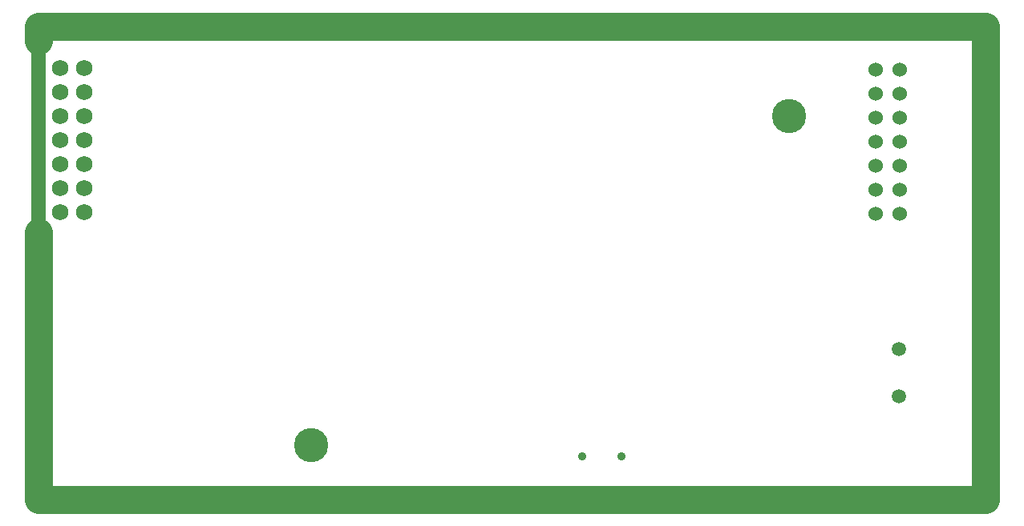
<source format=gbs>
G04*
G04 #@! TF.GenerationSoftware,Altium Limited,Altium Designer,18.1.9 (240)*
G04*
G04 Layer_Color=16711935*
%FSLAX25Y25*%
%MOIN*%
G70*
G01*
G75*
%ADD17C,0.00039*%
%ADD35C,0.11811*%
%ADD53C,0.14186*%
%ADD54C,0.06800*%
%ADD55C,0.05918*%
%ADD56C,0.06000*%
%ADD57C,0.03556*%
%ADD71C,0.05906*%
D17*
X39370Y39370D02*
Y236221D01*
Y39370D02*
X433071D01*
Y236221D01*
X39370D02*
X433071D01*
D35*
X39370Y230200D02*
Y236221D01*
Y39370D02*
Y150700D01*
Y236221D02*
X433071D01*
Y39370D02*
Y236221D01*
X39370Y39370D02*
X433071D01*
D53*
X152700Y61800D02*
D03*
X351200Y199000D02*
D03*
D54*
X48300Y158800D02*
D03*
X58300D02*
D03*
X48300Y168800D02*
D03*
X58300D02*
D03*
X48300Y178800D02*
D03*
X58300D02*
D03*
X48300Y188800D02*
D03*
X58300D02*
D03*
X48300Y198800D02*
D03*
X58300D02*
D03*
X48300Y208800D02*
D03*
X58300D02*
D03*
X48300Y218800D02*
D03*
X58300D02*
D03*
D55*
X396850Y101969D02*
D03*
Y82284D02*
D03*
D56*
X387400Y158400D02*
D03*
X397400D02*
D03*
X387400Y168400D02*
D03*
X397400D02*
D03*
X387400Y178400D02*
D03*
X397400D02*
D03*
X387400Y188400D02*
D03*
X397400D02*
D03*
X387400Y198400D02*
D03*
X397400D02*
D03*
X387400Y208400D02*
D03*
X397400D02*
D03*
X387400Y218400D02*
D03*
X397400D02*
D03*
D57*
X265453Y57087D02*
D03*
X281791D02*
D03*
D71*
X39370Y150700D02*
Y230200D01*
M02*

</source>
